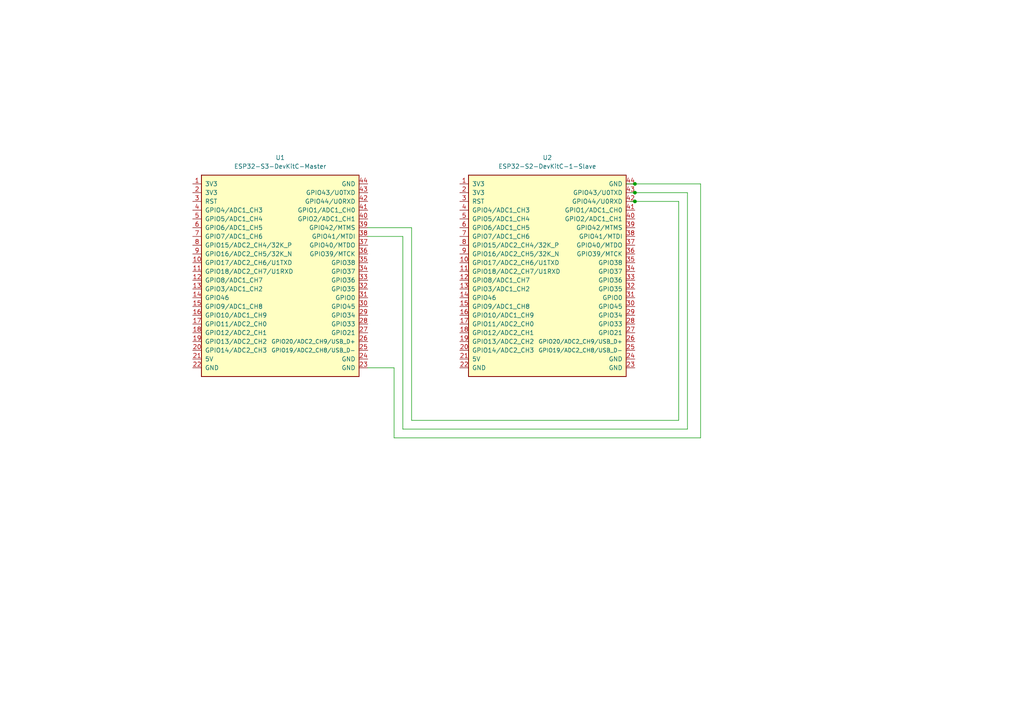
<source format=kicad_sch>
(kicad_sch (version 20211123) (generator eeschema)
  (paper "A4")
  (lib_symbols
    (symbol "ESP:ESP32-S2-DevKitC-1" (pin_names (offset 1.016))
      (property "Reference" "U" (at -22.86 33.02 0))
      (property "Value" "ESP32-S2-DevKitC-1" (at -22.86 30.48 0))
      (symbol "ESP32-S2-DevKitC-1_0_0"
        (pin input line (at -25.4 -7.62 0) (length 2.54) (name "GPIO46") (number "14"))
        (pin bidirectional line (at -25.4 -20.32 0) (length 2.54) (name "GPIO13/ADC2_CH2") (number "19"))
        (pin power_in line (at -25.4 22.86 0) (length 2.54) (name "3V3") (number "2"))
        (pin bidirectional line (at 25.4 12.7 180) (length 2.54) (name "GPIO42/MTMS") (number "39"))
        (pin bidirectional line (at 25.4 15.24 180) (length 2.54) (name "GPIO2/ADC1_CH1") (number "40"))
        (pin bidirectional line (at 25.4 17.78 180) (length 2.54) (name "GPIO1/ADC1_CH0") (number "41"))
        (pin bidirectional line (at 25.4 20.32 180) (length 2.54) (name "GPIO44/U0RXD") (number "42"))
        (pin bidirectional line (at 25.4 22.86 180) (length 2.54) (name "GPIO43/U0TXD") (number "43"))
        (pin power_in line (at 25.4 25.4 180) (length 2.54) (name "GND") (number "44"))
      )
      (symbol "ESP32-S2-DevKitC-1_0_1"
        (rectangle (start -22.86 27.94) (end 22.86 -30.48) (stroke (width 0.254)) (fill (type background)))
      )
      (symbol "ESP32-S2-DevKitC-1_1_1"
        (pin power_in line (at -25.4 25.4 0) (length 2.54) (name "3V3") (number "1"))
        (pin bidirectional line (at -25.4 2.54 0) (length 2.54) (name "GPIO17/ADC2_CH6/U1TXD") (number "10"))
        (pin bidirectional line (at -25.4 0 0) (length 2.54) (name "GPIO18/ADC2_CH7/U1RXD") (number "11"))
        (pin bidirectional line (at -25.4 -2.54 0) (length 2.54) (name "GPIO8/ADC1_CH7") (number "12"))
        (pin bidirectional line (at -25.4 -5.08 0) (length 2.54) (name "GPIO3/ADC1_CH2") (number "13"))
        (pin bidirectional line (at -25.4 -10.16 0) (length 2.54) (name "GPIO9/ADC1_CH8") (number "15"))
        (pin bidirectional line (at -25.4 -12.7 0) (length 2.54) (name "GPIO10/ADC1_CH9") (number "16"))
        (pin bidirectional line (at -25.4 -15.24 0) (length 2.54) (name "GPIO11/ADC2_CH0") (number "17"))
        (pin bidirectional line (at -25.4 -17.78 0) (length 2.54) (name "GPIO12/ADC2_CH1") (number "18"))
        (pin bidirectional line (at -25.4 -22.86 0) (length 2.54) (name "GPIO14/ADC2_CH3") (number "20"))
        (pin power_in line (at -25.4 -25.4 0) (length 2.54) (name "5V") (number "21"))
        (pin power_in line (at -25.4 -27.94 0) (length 2.54) (name "GND") (number "22"))
        (pin power_in line (at 25.4 -27.94 180) (length 2.54) (name "GND") (number "23"))
        (pin power_in line (at 25.4 -25.4 180) (length 2.54) (name "GND") (number "24"))
        (pin bidirectional line (at 25.4 -22.86 180) (length 2.54) (name "GPIO19/ADC2_CH8/USB_D-") (number "25"))
        (pin bidirectional line (at 25.4 -20.32 180) (length 2.54) (name "GPIO20/ADC2_CH9/USB_D+") (number "26"))
        (pin bidirectional line (at 25.4 -17.78 180) (length 2.54) (name "GPIO21") (number "27"))
        (pin bidirectional line (at 25.4 -15.24 180) (length 2.54) (name "GPIO33") (number "28"))
        (pin bidirectional line (at 25.4 -12.7 180) (length 2.54) (name "GPIO34") (number "29"))
        (pin input line (at -25.4 20.32 0) (length 2.54) (name "RST") (number "3"))
        (pin bidirectional line (at 25.4 -10.16 180) (length 2.54) (name "GPIO45") (number "30"))
        (pin bidirectional line (at 25.4 -7.62 180) (length 2.54) (name "GPIO0") (number "31"))
        (pin bidirectional line (at 25.4 -5.08 180) (length 2.54) (name "GPIO35") (number "32"))
        (pin bidirectional line (at 25.4 -2.54 180) (length 2.54) (name "GPIO36") (number "33"))
        (pin bidirectional line (at 25.4 0 180) (length 2.54) (name "GPIO37") (number "34"))
        (pin bidirectional line (at 25.4 2.54 180) (length 2.54) (name "GPIO38") (number "35"))
        (pin bidirectional line (at 25.4 5.08 180) (length 2.54) (name "GPIO39/MTCK") (number "36"))
        (pin bidirectional line (at 25.4 7.62 180) (length 2.54) (name "GPIO40/MTDO") (number "37"))
        (pin bidirectional line (at 25.4 10.16 180) (length 2.54) (name "GPIO41/MTDI") (number "38"))
        (pin bidirectional line (at -25.4 17.78 0) (length 2.54) (name "GPIO4/ADC1_CH3") (number "4"))
        (pin bidirectional line (at -25.4 15.24 0) (length 2.54) (name "GPIO5/ADC1_CH4") (number "5"))
        (pin bidirectional line (at -25.4 12.7 0) (length 2.54) (name "GPIO6/ADC1_CH5") (number "6"))
        (pin bidirectional line (at -25.4 10.16 0) (length 2.54) (name "GPIO7/ADC1_CH6") (number "7"))
        (pin bidirectional line (at -25.4 7.62 0) (length 2.54) (name "GPIO15/ADC2_CH4/32K_P") (number "8"))
        (pin bidirectional line (at -25.4 5.08 0) (length 2.54) (name "GPIO16/ADC2_CH5/32K_N") (number "9"))
      )
    )
  )
  (junction (at 184.15 58.42))
  (junction (at 184.15 55.88))
  (junction (at 184.15 53.34))
  (wire (pts (xy 181.61 53.34) (xy 184.15 53.34)))
  (wire (pts (xy 119.38 66.04) (xy 119.38 121.92)))
  (wire (pts (xy 182.88 58.42) (xy 184.15 58.42)))
  (wire (pts (xy 184.15 53.34) (xy 203.2 53.34)))
  (wire (pts (xy 182.88 55.88) (xy 184.15 55.88)))
  (wire (pts (xy 196.85 121.92) (xy 196.85 58.42)))
  (wire (pts (xy 114.3 106.68) (xy 114.3 127)))
  (wire (pts (xy 114.3 127) (xy 203.2 127)))
  (wire (pts (xy 116.84 124.46) (xy 199.39 124.46)))
  (wire (pts (xy 116.84 68.58) (xy 116.84 124.46)))
  (wire (pts (xy 119.38 121.92) (xy 196.85 121.92)))
  (wire (pts (xy 184.15 58.42) (xy 196.85 58.42)))
  (wire (pts (xy 106.68 66.04) (xy 119.38 66.04)))
  (wire (pts (xy 203.2 127) (xy 203.2 53.34)))
  (wire (pts (xy 106.68 68.58) (xy 116.84 68.58)))
  (wire (pts (xy 184.15 55.88) (xy 199.39 55.88)))
  (wire (pts (xy 106.68 106.68) (xy 114.3 106.68)))
  (wire (pts (xy 199.39 124.46) (xy 199.39 55.88)))
  (symbol (lib_id "ESP:ESP32-S2-DevKitC-1") (at 81.28 78.74 0) (unit 1)
    (property "Reference" "U1" (at 81.28 45.72 0))
    (property "Value" "ESP32-S3-DevKitC-Master" (at 81.28 48.26 0))
    (property "Footprint" "Espressif:ESP32-S2-DevKitC-1" (effects hide))
    (property "Datasheet" "https://docs.espressif.com/projects/esp-idf/en/latest/esp32s2/hw-reference/esp32s2/user-guide-s2-devkitc-1.html" (effects hide))
  )
  (symbol (lib_id "ESP:ESP32-S2-DevKitC-1") (at 158.75 78.74 0) (unit 1)
    (property "Reference" "U2" (at 158.75 45.72 0))
    (property "Value" "ESP32-S2-DevKitC-1-Slave" (at 158.75 48.26 0))
    (property "Footprint" "Espressif:ESP32-S2-DevKitC-1" (effects hide))
    (property "Datasheet" "https://docs.espressif.com/projects/esp-idf/en/latest/esp32s2/hw-reference/esp32s2/user-guide-s2-devkitc-1.html" (effects hide))
  )
)
</source>
